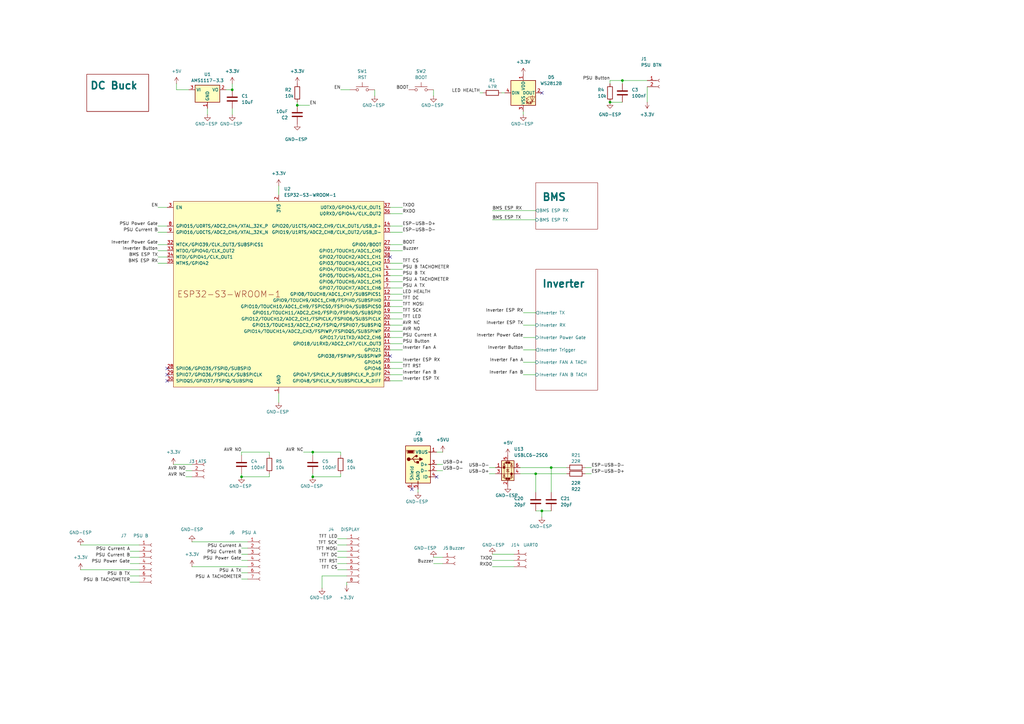
<source format=kicad_sch>
(kicad_sch (version 20241209) (generator "eeschema") (generator_version "9.0")
  (paper "A3")
  (lib_symbols
    (symbol "Connector:Conn_01x02_Socket" (pin_names (offset 1.016) (hide yes))
      (property "Reference" "J" (at 0 2.54 0))
      (property "Value" "Conn_01x02_Socket" (at 0 -5.08 0))
      (symbol "Conn_01x02_Socket_1_1"
        (polyline (pts (xy -1.27 0) (xy -0.508 0)) (stroke (width 0.1524)))
        (polyline (pts (xy -1.27 -2.54) (xy -0.508 -2.54)) (stroke (width 0.1524)))
        (arc (start 0 -0.508) (mid -0.5058 0) (end 0 0.508) (stroke (width 0.1524)))
        (arc (start 0 -3.048) (mid -0.5058 -2.54) (end 0 -2.032) (stroke (width 0.1524)))
        (pin passive line (at -5.08 0 0) (length 3.81) (name "Pin_1") (number "1"))
        (pin passive line (at -5.08 -2.54 0) (length 3.81) (name "Pin_2") (number "2"))
      )
    )
    (symbol "Connector:Conn_01x03_Socket" (pin_names (offset 1.016) (hide yes))
      (property "Reference" "J" (at 0 5.08 0))
      (property "Value" "Conn_01x03_Socket" (at 0 -5.08 0))
      (symbol "Conn_01x03_Socket_1_1"
        (polyline (pts (xy -1.27 2.54) (xy -0.508 2.54)) (stroke (width 0.1524)))
        (polyline (pts (xy -1.27 0) (xy -0.508 0)) (stroke (width 0.1524)))
        (polyline (pts (xy -1.27 -2.54) (xy -0.508 -2.54)) (stroke (width 0.1524)))
        (arc (start 0 2.032) (mid -0.5058 2.54) (end 0 3.048) (stroke (width 0.1524)))
        (arc (start 0 -0.508) (mid -0.5058 0) (end 0 0.508) (stroke (width 0.1524)))
        (arc (start 0 -3.048) (mid -0.5058 -2.54) (end 0 -2.032) (stroke (width 0.1524)))
        (pin passive line (at -5.08 2.54 0) (length 3.81) (name "Pin_1") (number "1"))
        (pin passive line (at -5.08 0 0) (length 3.81) (name "Pin_2") (number "2"))
        (pin passive line (at -5.08 -2.54 0) (length 3.81) (name "Pin_3") (number "3"))
      )
    )
    (symbol "Connector:Conn_01x07_Socket" (pin_names (offset 1.016) (hide yes))
      (property "Reference" "J" (at 0 10.16 0))
      (property "Value" "Conn_01x07_Socket" (at 0 -10.16 0))
      (symbol "Conn_01x07_Socket_1_1"
        (polyline (pts (xy -1.27 7.62) (xy -0.508 7.62)) (stroke (width 0.1524)))
        (polyline (pts (xy -1.27 5.08) (xy -0.508 5.08)) (stroke (width 0.1524)))
        (polyline (pts (xy -1.27 2.54) (xy -0.508 2.54)) (stroke (width 0.1524)))
        (polyline (pts (xy -1.27 0) (xy -0.508 0)) (stroke (width 0.1524)))
        (polyline (pts (xy -1.27 -2.54) (xy -0.508 -2.54)) (stroke (width 0.1524)))
        (polyline (pts (xy -1.27 -5.08) (xy -0.508 -5.08)) (stroke (width 0.1524)))
        (polyline (pts (xy -1.27 -7.62) (xy -0.508 -7.62)) (stroke (width 0.1524)))
        (arc (start 0 7.112) (mid -0.5058 7.62) (end 0 8.128) (stroke (width 0.1524)))
        (arc (start 0 4.572) (mid -0.5058 5.08) (end 0 5.588) (stroke (width 0.1524)))
        (arc (start 0 2.032) (mid -0.5058 2.54) (end 0 3.048) (stroke (width 0.1524)))
        (arc (start 0 -0.508) (mid -0.5058 0) (end 0 0.508) (stroke (width 0.1524)))
        (arc (start 0 -3.048) (mid -0.5058 -2.54) (end 0 -2.032) (stroke (width 0.1524)))
        (arc (start 0 -5.588) (mid -0.5058 -5.08) (end 0 -4.572) (stroke (width 0.1524)))
        (arc (start 0 -8.128) (mid -0.5058 -7.62) (end 0 -7.112) (stroke (width 0.1524)))
        (pin passive line (at -5.08 7.62 0) (length 3.81) (name "Pin_1") (number "1"))
        (pin passive line (at -5.08 5.08 0) (length 3.81) (name "Pin_2") (number "2"))
        (pin passive line (at -5.08 2.54 0) (length 3.81) (name "Pin_3") (number "3"))
        (pin passive line (at -5.08 0 0) (length 3.81) (name "Pin_4") (number "4"))
        (pin passive line (at -5.08 -2.54 0) (length 3.81) (name "Pin_5") (number "5"))
        (pin passive line (at -5.08 -5.08 0) (length 3.81) (name "Pin_6") (number "6"))
        (pin passive line (at -5.08 -7.62 0) (length 3.81) (name "Pin_7") (number "7"))
      )
    )
    (symbol "Connector:Conn_01x08_Socket" (pin_names (offset 1.016) (hide yes))
      (property "Reference" "J" (at 0 10.16 0))
      (property "Value" "Conn_01x08_Socket" (at 0 -12.7 0))
      (symbol "Conn_01x08_Socket_1_1"
        (polyline (pts (xy -1.27 7.62) (xy -0.508 7.62)) (stroke (width 0.1524)))
        (polyline (pts (xy -1.27 5.08) (xy -0.508 5.08)) (stroke (width 0.1524)))
        (polyline (pts (xy -1.27 2.54) (xy -0.508 2.54)) (stroke (width 0.1524)))
        (polyline (pts (xy -1.27 0) (xy -0.508 0)) (stroke (width 0.1524)))
        (polyline (pts (xy -1.27 -2.54) (xy -0.508 -2.54)) (stroke (width 0.1524)))
        (polyline (pts (xy -1.27 -5.08) (xy -0.508 -5.08)) (stroke (width 0.1524)))
        (polyline (pts (xy -1.27 -7.62) (xy -0.508 -7.62)) (stroke (width 0.1524)))
        (polyline (pts (xy -1.27 -10.16) (xy -0.508 -10.16)) (stroke (width 0.1524)))
        (arc (start 0 7.112) (mid -0.5058 7.62) (end 0 8.128) (stroke (width 0.1524)))
        (arc (start 0 4.572) (mid -0.5058 5.08) (end 0 5.588) (stroke (width 0.1524)))
        (arc (start 0 2.032) (mid -0.5058 2.54) (end 0 3.048) (stroke (width 0.1524)))
        (arc (start 0 -0.508) (mid -0.5058 0) (end 0 0.508) (stroke (width 0.1524)))
        (arc (start 0 -3.048) (mid -0.5058 -2.54) (end 0 -2.032) (stroke (width 0.1524)))
        (arc (start 0 -5.588) (mid -0.5058 -5.08) (end 0 -4.572) (stroke (width 0.1524)))
        (arc (start 0 -8.128) (mid -0.5058 -7.62) (end 0 -7.112) (stroke (width 0.1524)))
        (arc (start 0 -10.668) (mid -0.5058 -10.16) (end 0 -9.652) (stroke (width 0.1524)))
        (pin passive line (at -5.08 7.62 0) (length 3.81) (name "Pin_1") (number "1"))
        (pin passive line (at -5.08 5.08 0) (length 3.81) (name "Pin_2") (number "2"))
        (pin passive line (at -5.08 2.54 0) (length 3.81) (name "Pin_3") (number "3"))
        (pin passive line (at -5.08 0 0) (length 3.81) (name "Pin_4") (number "4"))
        (pin passive line (at -5.08 -2.54 0) (length 3.81) (name "Pin_5") (number "5"))
        (pin passive line (at -5.08 -5.08 0) (length 3.81) (name "Pin_6") (number "6"))
        (pin passive line (at -5.08 -7.62 0) (length 3.81) (name "Pin_7") (number "7"))
        (pin passive line (at -5.08 -10.16 0) (length 3.81) (name "Pin_8") (number "8"))
      )
    )
    (symbol "Device:C" (pin_numbers (hide yes)) (pin_names (offset 0.254))
      (property "Reference" "C" (at 0.635 2.54 0))
      (property "Value" "C" (at 0.635 -2.54 0))
      (symbol "C_0_1"
        (polyline (pts (xy -2.032 0.762) (xy 2.032 0.762)) (stroke (width 0.508)))
        (polyline (pts (xy -2.032 -0.762) (xy 2.032 -0.762)) (stroke (width 0.508)))
      )
      (symbol "C_1_1"
        (pin passive line (at 0 3.81 270) (length 2.794) (name "~") (number "1"))
        (pin passive line (at 0 -3.81 90) (length 2.794) (name "~") (number "2"))
      )
    )
    (symbol "Device:R" (pin_numbers (hide yes)) (pin_names (offset 0))
      (property "Reference" "R" (at 2.032 0 90))
      (property "Value" "R" (at 0 0 90))
      (symbol "R_0_1"
        (rectangle (start -1.016 -2.54) (end 1.016 2.54) (stroke (width 0.254)))
      )
      (symbol "R_1_1"
        (pin passive line (at 0 3.81 270) (length 1.27) (name "~") (number "1"))
        (pin passive line (at 0 -3.81 90) (length 1.27) (name "~") (number "2"))
      )
    )
    (symbol "LED:WS2812B" (pin_names (offset 0.254))
      (property "Reference" "D" (at 5.08 5.715 0))
      (property "Value" "WS2812B" (at 1.27 -5.715 0))
      (symbol "WS2812B_0_0"
        (text "RGB" (at 2.286 -4.191 0) (effects (font (size 0.762 0.762))))
      )
      (symbol "WS2812B_0_1"
        (polyline (pts (xy 1.27 -2.54) (xy 1.778 -2.54)))
        (polyline (pts (xy 1.27 -3.556) (xy 1.778 -3.556)))
        (polyline (pts (xy 2.286 -1.524) (xy 1.27 -2.54) (xy 1.27 -2.032)))
        (polyline (pts (xy 2.286 -2.54) (xy 1.27 -3.556) (xy 1.27 -3.048)))
        (polyline (pts (xy 3.683 -1.016) (xy 3.683 -3.556) (xy 3.683 -4.064)))
        (polyline (pts (xy 4.699 -1.524) (xy 2.667 -1.524) (xy 3.683 -3.556) (xy 4.699 -1.524)))
        (polyline (pts (xy 4.699 -3.556) (xy 2.667 -3.556)))
        (rectangle (start 5.08 5.08) (end -5.08 -5.08) (stroke (width 0.254)) (fill (type background)))
      )
      (symbol "WS2812B_1_1"
        (pin input line (at -7.62 0 0) (length 2.54) (name "DIN") (number "4"))
        (pin power_in line (at 0 7.62 270) (length 2.54) (name "VDD") (number "1"))
        (pin power_in line (at 0 -7.62 90) (length 2.54) (name "VSS") (number "3"))
        (pin output line (at 7.62 0 180) (length 2.54) (name "DOUT") (number "2"))
      )
    )
    (symbol "PCM_Espressif:ESP32-S3-WROOM-1" (pin_names (offset 1.016))
      (property "Reference" "U" (at -43.18 43.18 0))
      (property "Value" "ESP32-S3-WROOM-1" (at -43.18 40.64 0))
      (symbol "ESP32-S3-WROOM-1_0_0"
        (text "ESP32-S3-WROOM-1" (at -20.32 0 0) (effects (font (size 2.54 2.54))))
        (pin input line (at -45.72 35.56 0) (length 2.54) (name "EN") (number "3"))
        (pin bidirectional line (at -45.72 27.94 0) (length 2.54) (name "GPIO15/U0RTS/ADC2_CH4/XTAL_32K_P") (number "8"))
        (pin bidirectional line (at -45.72 25.4 0) (length 2.54) (name "GPIO16/U0CTS/ADC2_CH5/XTAL_32K_N") (number "9"))
        (pin bidirectional line (at -45.72 20.32 0) (length 2.54) (name "MTCK/GPIO39/CLK_OUT3/SUBSPICS1") (number "32"))
        (pin bidirectional line (at -45.72 17.78 0) (length 2.54) (name "MTDO/GPIO40/CLK_OUT2") (number "33"))
        (pin bidirectional line (at -45.72 15.24 0) (length 2.54) (name "MTDI/GPIO41/CLK_OUT1") (number "34"))
        (pin bidirectional line (at -45.72 12.7 0) (length 2.54) (name "MTMS/GPIO42") (number "35"))
        (pin bidirectional line (at -45.72 -30.48 0) (length 2.54) (name "SPIIO6/GPIO35/FSPID/SUBSPID") (number "28"))
        (pin bidirectional line (at -45.72 -33.02 0) (length 2.54) (name "SPIIO7/GPIO36/FSPICLK/SUBSPICLK") (number "29"))
        (pin bidirectional line (at -45.72 -35.56 0) (length 2.54) (name "SPIDQS/GPIO37/FSPIQ/SUBSPIQ") (number "30"))
        (pin power_in line (at 0 40.64 270) (length 2.54) (name "3V3") (number "2"))
        (pin power_in line (at 0 -40.64 90) (length 2.54) (name "GND") (number "1"))
        (pin passive line (at 0 -40.64 90) (length 2.54) (hide yes) (name "GND") (number "40"))
        (pin passive line (at 0 -40.64 90) (length 2.54) (hide yes) (name "GND") (number "41"))
        (pin bidirectional line (at 45.72 35.56 180) (length 2.54) (name "U0TXD/GPIO43/CLK_OUT1") (number "37"))
        (pin bidirectional line (at 45.72 33.02 180) (length 2.54) (name "U0RXD/GPIO44/CLK_OUT2") (number "36"))
        (pin bidirectional line (at 45.72 27.94 180) (length 2.54) (name "GPIO20/U1CTS/ADC2_CH9/CLK_OUT1/USB_D+") (number "14"))
        (pin bidirectional line (at 45.72 25.4 180) (length 2.54) (name "GPIO19/U1RTS/ADC2_CH8/CLK_OUT2/USB_D-") (number "13"))
        (pin bidirectional line (at 45.72 20.32 180) (length 2.54) (name "GPIO0/BOOT") (number "27"))
        (pin bidirectional line (at 45.72 17.78 180) (length 2.54) (name "GPIO1/TOUCH1/ADC1_CH0") (number "39"))
        (pin bidirectional line (at 45.72 15.24 180) (length 2.54) (name "GPIO2/TOUCH2/ADC1_CH1") (number "38"))
        (pin bidirectional line (at 45.72 12.7 180) (length 2.54) (name "GPIO3/TOUCH3/ADC1_CH2") (number "15"))
        (pin bidirectional line (at 45.72 10.16 180) (length 2.54) (name "GPIO4/TOUCH4/ADC1_CH3") (number "4"))
        (pin bidirectional line (at 45.72 7.62 180) (length 2.54) (name "GPIO5/TOUCH5/ADC1_CH4") (number "5"))
        (pin bidirectional line (at 45.72 5.08 180) (length 2.54) (name "GPIO6/TOUCH6/ADC1_CH5") (number "6"))
        (pin bidirectional line (at 45.72 2.54 180) (length 2.54) (name "GPIO7/TOUCH7/ADC1_CH6") (number "7"))
        (pin bidirectional line (at 45.72 0 180) (length 2.54) (name "GPIO8/TOUCH8/ADC1_CH7/SUBSPICS1") (number "12"))
        (pin bidirectional line (at 45.72 -2.54 180) (length 2.54) (name "GPIO9/TOUCH9/ADC1_CH8/FSPIHD/SUBSPIHD") (number "17"))
        (pin bidirectional line (at 45.72 -5.08 180) (length 2.54) (name "GPIO10/TOUCH10/ADC1_CH9/FSPICS0/FSPIIO4/SUBSPICS0") (number "18"))
        (pin bidirectional line (at 45.72 -7.62 180) (length 2.54) (name "GPIO11/TOUCH11/ADC2_CH0/FSPID/FSPIIO5/SUBSPID") (number "19"))
        (pin bidirectional line (at 45.72 -10.16 180) (length 2.54) (name "GPIO12/TOUCH12/ADC2_CH1/FSPICLK/FSPIIO6/SUBSPICLK") (number "20"))
        (pin bidirectional line (at 45.72 -12.7 180) (length 2.54) (name "GPIO13/TOUCH13/ADC2_CH2/FSPIQ/FSPIIO7/SUBSPIQ") (number "21"))
        (pin bidirectional line (at 45.72 -15.24 180) (length 2.54) (name "GPIO14/TOUCH14/ADC2_CH3/FSPIWP/FSPIDQS/SUBSPIWP") (number "22"))
        (pin bidirectional line (at 45.72 -17.78 180) (length 2.54) (name "GPIO17/U1TXD/ADC2_CH6") (number "10"))
        (pin bidirectional line (at 45.72 -20.32 180) (length 2.54) (name "GPIO18/U1RXD/ADC2_CH7/CLK_OUT3") (number "11"))
        (pin bidirectional line (at 45.72 -22.86 180) (length 2.54) (name "GPIO21") (number "23"))
        (pin bidirectional line (at 45.72 -25.4 180) (length 2.54) (name "GPIO38/FSPIWP/SUBSPIWP") (number "31"))
        (pin bidirectional line (at 45.72 -27.94 180) (length 2.54) (name "GPIO45") (number "26"))
        (pin bidirectional line (at 45.72 -30.48 180) (length 2.54) (name "GPIO46") (number "16"))
        (pin bidirectional line (at 45.72 -33.02 180) (length 2.54) (name "GPIO47/SPICLK_P/SUBSPICLK_P_DIFF") (number "24"))
        (pin bidirectional line (at 45.72 -35.56 180) (length 2.54) (name "GPIO48/SPICLK_N/SUBSPICLK_N_DIFF") (number "25"))
      )
      (symbol "ESP32-S3-WROOM-1_0_1"
        (rectangle (start -43.18 38.1) (end 43.18 -38.1) (fill (type background)))
      )
    )
    (symbol "Power_Protection:USBLC6-2SC6" (pin_names (hide yes))
      (property "Reference" "U" (at 0.635 5.715 0))
      (property "Value" "USBLC6-2SC6" (at 0.635 3.81 0))
      (symbol "USBLC6-2SC6_0_0"
        (circle (center -1.524 0) (radius 0.0001) (stroke (width 0.508)))
        (circle (center -0.508 2.032) (radius 0.0001) (stroke (width 0.508)))
        (circle (center -0.508 -4.572) (radius 0.0001) (stroke (width 0.508)))
        (circle (center 0.508 2.032) (radius 0.0001) (stroke (width 0.508)))
        (circle (center 0.508 -4.572) (radius 0.0001) (stroke (width 0.508)))
        (circle (center 1.524 -2.54) (radius 0.0001) (stroke (width 0.508)))
      )
      (symbol "USBLC6-2SC6_0_1"
        (polyline (pts (xy -2.54 0) (xy 2.54 0)))
        (polyline (pts (xy -2.54 -2.54) (xy 2.54 -2.54)))
        (polyline (pts (xy -2.032 0.508) (xy -1.016 0.508) (xy -1.524 1.524) (xy -2.032 0.508)))
        (polyline (pts (xy -2.032 -3.048) (xy -1.016 -3.048)))
        (polyline (pts (xy -1.016 1.524) (xy -2.032 1.524)))
        (polyline (pts (xy -1.016 -4.064) (xy -2.032 -4.064) (xy -1.524 -3.048) (xy -1.016 -4.064)))
        (polyline (pts (xy -0.508 -1.143) (xy -0.508 -0.762) (xy 0.508 -0.762)))
        (polyline (pts (xy 0 2.54) (xy -0.508 2.032) (xy 0.508 2.032) (xy 0 1.524) (xy 0 -4.064) (xy -0.508 -4.572) (xy 0.508 -4.572) (xy 0 -5.08)))
        (polyline (pts (xy 0.508 -1.778) (xy -0.508 -1.778) (xy 0 -0.762) (xy 0.508 -1.778)))
        (polyline (pts (xy 1.016 1.524) (xy 2.032 1.524)))
        (polyline (pts (xy 1.016 -3.048) (xy 2.032 -3.048)))
        (polyline (pts (xy 2.032 0.508) (xy 1.016 0.508) (xy 1.524 1.524) (xy 2.032 0.508)))
        (polyline (pts (xy 2.032 -4.064) (xy 1.016 -4.064) (xy 1.524 -3.048) (xy 2.032 -4.064)))
      )
      (symbol "USBLC6-2SC6_1_1"
        (rectangle (start -2.54 2.794) (end 2.54 -5.334) (stroke (width 0.254)) (fill (type background)))
        (polyline (pts (xy -0.508 2.032) (xy -1.524 2.032) (xy -1.524 -4.572) (xy -0.508 -4.572)))
        (polyline (pts (xy 0.508 -4.572) (xy 1.524 -4.572) (xy 1.524 2.032) (xy 0.508 2.032)))
        (pin passive line (at -5.08 0 0) (length 2.54) (name "I/O1") (number "1"))
        (pin passive line (at -5.08 -2.54 0) (length 2.54) (name "I/O2") (number "3"))
        (pin passive line (at 0 5.08 270) (length 2.54) (name "VBUS") (number "5"))
        (pin passive line (at 0 -7.62 90) (length 2.54) (name "GND") (number "2"))
        (pin passive line (at 5.08 0 180) (length 2.54) (name "I/O1") (number "6"))
        (pin passive line (at 5.08 -2.54 180) (length 2.54) (name "I/O2") (number "4"))
      )
    )
    (symbol "Regulator_Linear:AMS1117-3.3"
      (property "Reference" "U" (at -3.81 3.175 0))
      (property "Value" "AMS1117-3.3" (at 0 3.175 0))
      (symbol "AMS1117-3.3_0_1"
        (rectangle (start -5.08 -5.08) (end 5.08 1.905) (stroke (width 0.254)) (fill (type background)))
      )
      (symbol "AMS1117-3.3_1_1"
        (pin power_in line (at -7.62 0 0) (length 2.54) (name "VI") (number "3"))
        (pin power_in line (at 0 -7.62 90) (length 2.54) (name "GND") (number "1"))
        (pin power_out line (at 7.62 0 180) (length 2.54) (name "VO") (number "2"))
      )
    )
    (symbol "Switch:SW_Push" (pin_numbers (hide yes)) (pin_names (offset 1.016) (hide yes))
      (property "Reference" "SW" (at 1.27 2.54 0))
      (property "Value" "SW_Push" (at 0 -1.524 0))
      (symbol "SW_Push_0_1"
        (circle (center -2.032 0) (radius 0.508))
        (polyline (pts (xy 0 1.27) (xy 0 3.048)))
        (circle (center 2.032 0) (radius 0.508))
        (polyline (pts (xy 2.54 1.27) (xy -2.54 1.27)))
        (pin passive line (at -5.08 0 0) (length 2.54) (name "1") (number "1"))
        (pin passive line (at 5.08 0 180) (length 2.54) (name "2") (number "2"))
      )
    )
    (symbol "power:+12V" (power) (pin_numbers (hide yes)) (pin_names (offset 0) (hide yes))
      (property "Value" "+12V" (at 0 3.556 0))
      (symbol "+12V_0_1"
        (polyline (pts (xy -0.762 1.27) (xy 0 2.54)))
        (polyline (pts (xy 0 2.54) (xy 0.762 1.27)))
        (polyline (pts (xy 0 0) (xy 0 2.54)))
      )
      (symbol "+12V_1_1"
        (pin power_in line (at 0 0 90) (length 0) (name "~") (number "1"))
      )
    )
    (symbol "power:+3.3V" (power) (pin_numbers (hide yes)) (pin_names (offset 0) (hide yes))
      (property "Value" "+3.3V" (at 0 3.556 0))
      (symbol "+3.3V_0_1"
        (polyline (pts (xy -0.762 1.27) (xy 0 2.54)))
        (polyline (pts (xy 0 2.54) (xy 0.762 1.27)))
        (polyline (pts (xy 0 0) (xy 0 2.54)))
      )
      (symbol "+3.3V_1_1"
        (pin power_in line (at 0 0 90) (length 0) (name "~") (number "1"))
      )
    )
    (symbol "power:GND" (power) (pin_numbers (hide yes)) (pin_names (offset 0) (hide yes))
      (property "Value" "GND" (at 0 -3.81 0))
      (symbol "GND_0_1"
        (polyline (pts (xy 0 0) (xy 0 -1.27) (xy 1.27 -1.27) (xy 0 -2.54) (xy -1.27 -1.27) (xy 0 -1.27)))
      )
      (symbol "GND_1_1"
        (pin power_in line (at 0 0 270) (length 0) (name "~") (number "1"))
      )
    )
    (symbol "trypillia:USB_B_Micro" (pin_names (offset 1.016))
      (property "Reference" "J2" (at 0 12.7 0))
      (property "Value" "USB" (at 0 10.16 0))
      (symbol "USB_B_Micro_0_1"
        (rectangle (start -5.08 -7.62) (end 5.08 7.62) (stroke (width 0.254)) (fill (type background)))
        (polyline (pts (xy -4.699 5.842) (xy -4.699 5.588) (xy -4.445 4.826) (xy -4.445 4.572) (xy -1.651 4.572) (xy -1.651 4.826) (xy -1.397 5.588) (xy -1.397 5.842) (xy -4.699 5.842)))
        (polyline (pts (xy -4.318 5.588) (xy -1.778 5.588) (xy -2.032 4.826) (xy -4.064 4.826) (xy -4.318 5.588)) (fill (type outline)))
        (circle (center -3.81 2.159) (radius 0.635) (stroke (width 0.254)) (fill (type outline)))
        (polyline (pts (xy -3.175 2.159) (xy -2.54 2.159) (xy -1.27 3.429) (xy -0.635 3.429)) (stroke (width 0.254)))
        (polyline (pts (xy -2.54 2.159) (xy -1.905 2.159) (xy -1.27 0.889) (xy 0 0.889)) (stroke (width 0.254)))
        (polyline (pts (xy -1.905 2.159) (xy 0.635 2.159)) (stroke (width 0.254)))
        (circle (center -0.635 3.429) (radius 0.381) (stroke (width 0.254)) (fill (type outline)))
        (rectangle (start -0.127 -7.62) (end 0.127 -6.858))
        (rectangle (start 0.254 1.27) (end -0.508 0.508) (stroke (width 0.254)) (fill (type outline)))
        (polyline (pts (xy 0.635 2.794) (xy 0.635 1.524) (xy 1.905 2.159) (xy 0.635 2.794)) (stroke (width 0.254)) (fill (type outline)))
        (rectangle (start 5.08 4.953) (end 4.318 5.207))
        (rectangle (start 5.08 -0.127) (end 4.318 0.127))
        (rectangle (start 5.08 -2.667) (end 4.318 -2.413))
        (rectangle (start 5.08 -5.207) (end 4.318 -4.953))
      )
      (symbol "USB_B_Micro_1_1"
        (pin passive line (at -2.54 -10.16 90) (length 2.54) (name "Shield") (number "6"))
        (pin power_out line (at 0 -10.16 90) (length 2.54) (name "GND") (number "5"))
        (pin power_out line (at 7.62 5.08 180) (length 2.54) (name "VBUS") (number "1"))
        (pin bidirectional line (at 7.62 0 180) (length 2.54) (name "D+") (number "3"))
        (pin bidirectional line (at 7.62 -2.54 180) (length 2.54) (name "D-") (number "2"))
        (pin passive line (at 7.62 -5.08 180) (length 2.54) (name "ID") (number "4"))
      )
    )
  )
  (junction (at 219.71 194.31))
  (junction (at 255.27 33.02))
  (junction (at 95.25 36.83))
  (junction (at 99.06 195.58))
  (junction (at 121.92 43.18))
  (junction (at 250.19 41.91))
  (junction (at 226.06 191.77))
  (junction (at 128.27 185.42))
  (junction (at 128.27 195.58))
  (junction (at 222.25 209.55))
  (no_connect (at 68.58 153.67))
  (no_connect (at 168.91 200.66))
  (no_connect (at 179.07 195.58))
  (no_connect (at 160.02 146.05))
  (no_connect (at 68.58 156.21))
  (no_connect (at 160.02 105.41))
  (no_connect (at 68.58 151.13))
  (no_connect (at 222.25 38.1))
  (wire (pts (xy 165.1 123.19) (xy 160.02 123.19)))
  (wire (pts (xy 232.41 191.77) (xy 226.06 191.77)))
  (wire (pts (xy 165.1 107.95) (xy 160.02 107.95)))
  (wire (pts (xy 165.1 138.43) (xy 160.02 138.43)))
  (wire (pts (xy 201.93 229.87) (xy 210.82 229.87)))
  (wire (pts (xy 165.1 130.81) (xy 160.02 130.81)))
  (wire (pts (xy 128.27 186.69) (xy 128.27 185.42)))
  (wire (pts (xy 110.49 195.58) (xy 99.06 195.58)))
  (wire (pts (xy 201.93 90.17) (xy 219.71 90.17)))
  (wire (pts (xy 138.43 228.6) (xy 142.24 228.6)))
  (wire (pts (xy 255.27 34.29) (xy 255.27 33.02)))
  (wire (pts (xy 165.1 135.89) (xy 160.02 135.89)))
  (wire (pts (xy 165.1 85.09) (xy 160.02 85.09)))
  (wire (pts (xy 142.24 240.03) (xy 142.24 238.76)))
  (wire (pts (xy 165.1 115.57) (xy 160.02 115.57)))
  (wire (pts (xy 53.34 238.76) (xy 57.15 238.76)))
  (wire (pts (xy 132.08 236.22) (xy 142.24 236.22)))
  (wire (pts (xy 78.74 232.41) (xy 101.6 232.41)))
  (wire (pts (xy 64.77 100.33) (xy 68.58 100.33)))
  (wire (pts (xy 222.25 209.55) (xy 222.25 212.09)))
  (wire (pts (xy 53.34 226.06) (xy 57.15 226.06)))
  (wire (pts (xy 165.1 92.71) (xy 160.02 92.71)))
  (wire (pts (xy 196.85 38.1) (xy 198.12 38.1)))
  (wire (pts (xy 201.93 232.41) (xy 210.82 232.41)))
  (wire (pts (xy 76.2 193.04) (xy 78.74 193.04)))
  (wire (pts (xy 128.27 194.31) (xy 128.27 195.58)))
  (wire (pts (xy 177.8 231.14) (xy 181.61 231.14)))
  (wire (pts (xy 138.43 231.14) (xy 142.24 231.14)))
  (wire (pts (xy 165.1 148.59) (xy 160.02 148.59)))
  (wire (pts (xy 138.43 233.68) (xy 142.24 233.68)))
  (wire (pts (xy 99.06 227.33) (xy 101.6 227.33)))
  (wire (pts (xy 139.7 36.83) (xy 143.51 36.83)))
  (wire (pts (xy 53.34 228.6) (xy 57.15 228.6)))
  (wire (pts (xy 201.93 86.36) (xy 219.71 86.36)))
  (wire (pts (xy 165.1 118.11) (xy 160.02 118.11)))
  (wire (pts (xy 64.77 107.95) (xy 68.58 107.95)))
  (wire (pts (xy 222.25 209.55) (xy 226.06 209.55)))
  (wire (pts (xy 177.8 39.37) (xy 177.8 36.83)))
  (wire (pts (xy 114.3 165.1) (xy 114.3 161.29)))
  (wire (pts (xy 53.34 236.22) (xy 57.15 236.22)))
  (wire (pts (xy 95.25 46.99) (xy 95.25 44.45)))
  (wire (pts (xy 95.25 34.29) (xy 95.25 36.83)))
  (wire (pts (xy 165.1 156.21) (xy 160.02 156.21)))
  (wire (pts (xy 181.61 190.5) (xy 179.07 190.5)))
  (wire (pts (xy 110.49 195.58) (xy 110.49 194.31)))
  (wire (pts (xy 95.25 36.83) (xy 92.71 36.83)))
  (wire (pts (xy 99.06 237.49) (xy 101.6 237.49)))
  (wire (pts (xy 255.27 33.02) (xy 265.43 33.02)))
  (wire (pts (xy 78.74 222.25) (xy 101.6 222.25)))
  (wire (pts (xy 165.1 153.67) (xy 160.02 153.67)))
  (wire (pts (xy 33.02 233.68) (xy 57.15 233.68)))
  (wire (pts (xy 165.1 100.33) (xy 160.02 100.33)))
  (wire (pts (xy 214.63 46.99) (xy 214.63 45.72)))
  (wire (pts (xy 165.1 95.25) (xy 160.02 95.25)))
  (wire (pts (xy 153.67 39.37) (xy 153.67 36.83)))
  (wire (pts (xy 219.71 194.31) (xy 232.41 194.31)))
  (wire (pts (xy 64.77 85.09) (xy 68.58 85.09)))
  (wire (pts (xy 99.06 224.79) (xy 101.6 224.79)))
  (wire (pts (xy 165.1 120.65) (xy 160.02 120.65)))
  (wire (pts (xy 165.1 113.03) (xy 160.02 113.03)))
  (wire (pts (xy 201.93 227.33) (xy 210.82 227.33)))
  (wire (pts (xy 127 43.18) (xy 121.92 43.18)))
  (wire (pts (xy 165.1 125.73) (xy 160.02 125.73)))
  (wire (pts (xy 85.09 46.99) (xy 85.09 44.45)))
  (wire (pts (xy 165.1 143.51) (xy 160.02 143.51)))
  (wire (pts (xy 213.36 194.31) (xy 219.71 194.31)))
  (wire (pts (xy 138.43 220.98) (xy 142.24 220.98)))
  (wire (pts (xy 99.06 234.95) (xy 101.6 234.95)))
  (wire (pts (xy 181.61 193.04) (xy 179.07 193.04)))
  (wire (pts (xy 181.61 185.42) (xy 179.07 185.42)))
  (wire (pts (xy 121.92 43.18) (xy 121.92 41.91)))
  (wire (pts (xy 242.57 191.77) (xy 240.03 191.77)))
  (wire (pts (xy 205.74 38.1) (xy 207.01 38.1)))
  (wire (pts (xy 165.1 151.13) (xy 160.02 151.13)))
  (wire (pts (xy 250.19 41.91) (xy 255.27 41.91)))
  (wire (pts (xy 255.27 33.02) (xy 250.19 33.02)))
  (wire (pts (xy 200.66 194.31) (xy 203.2 194.31)))
  (wire (pts (xy 226.06 201.93) (xy 226.06 191.77)))
  (wire (pts (xy 214.63 153.67) (xy 219.71 153.67)))
  (wire (pts (xy 250.19 34.29) (xy 250.19 33.02)))
  (wire (pts (xy 139.7 185.42) (xy 139.7 186.69)))
  (wire (pts (xy 219.71 209.55) (xy 222.25 209.55)))
  (wire (pts (xy 214.63 133.35) (xy 219.71 133.35)))
  (wire (pts (xy 64.77 92.71) (xy 68.58 92.71)))
  (wire (pts (xy 72.39 36.83) (xy 77.47 36.83)))
  (wire (pts (xy 214.63 138.43) (xy 219.71 138.43)))
  (wire (pts (xy 138.43 223.52) (xy 142.24 223.52)))
  (wire (pts (xy 165.1 140.97) (xy 160.02 140.97)))
  (wire (pts (xy 114.3 76.2) (xy 114.3 80.01)))
  (wire (pts (xy 139.7 195.58) (xy 128.27 195.58)))
  (wire (pts (xy 64.77 95.25) (xy 68.58 95.25)))
  (wire (pts (xy 214.63 128.27) (xy 219.71 128.27)))
  (wire (pts (xy 99.06 185.42) (xy 110.49 185.42)))
  (wire (pts (xy 132.08 241.3) (xy 132.08 236.22)))
  (wire (pts (xy 139.7 195.58) (xy 139.7 194.31)))
  (wire (pts (xy 99.06 185.42) (xy 99.06 186.69)))
  (wire (pts (xy 71.12 190.5) (xy 78.74 190.5)))
  (wire (pts (xy 33.02 223.52) (xy 57.15 223.52)))
  (wire (pts (xy 242.57 194.31) (xy 240.03 194.31)))
  (wire (pts (xy 53.34 231.14) (xy 57.15 231.14)))
  (wire (pts (xy 165.1 102.87) (xy 160.02 102.87)))
  (wire (pts (xy 171.45 201.93) (xy 171.45 200.66)))
  (wire (pts (xy 99.06 229.87) (xy 101.6 229.87)))
  (wire (pts (xy 124.46 185.42) (xy 128.27 185.42)))
  (wire (pts (xy 128.27 185.42) (xy 139.7 185.42)))
  (wire (pts (xy 177.8 228.6) (xy 181.61 228.6)))
  (wire (pts (xy 219.71 201.93) (xy 219.71 194.31)))
  (wire (pts (xy 64.77 105.41) (xy 68.58 105.41)))
  (wire (pts (xy 76.2 195.58) (xy 78.74 195.58)))
  (wire (pts (xy 99.06 194.31) (xy 99.06 195.58)))
  (wire (pts (xy 214.63 148.59) (xy 219.71 148.59)))
  (wire (pts (xy 214.63 143.51) (xy 219.71 143.51)))
  (wire (pts (xy 165.1 87.63) (xy 160.02 87.63)))
  (wire (pts (xy 226.06 191.77) (xy 213.36 191.77)))
  (wire (pts (xy 138.43 226.06) (xy 142.24 226.06)))
  (wire (pts (xy 165.1 133.35) (xy 160.02 133.35)))
  (wire (pts (xy 72.39 34.29) (xy 72.39 36.83)))
  (wire (pts (xy 165.1 128.27) (xy 160.02 128.27)))
  (wire (pts (xy 110.49 185.42) (xy 110.49 186.69)))
  (wire (pts (xy 64.77 102.87) (xy 68.58 102.87)))
  (wire (pts (xy 165.1 110.49) (xy 160.02 110.49)))
  (wire (pts (xy 200.66 191.77) (xy 203.2 191.77)))
  (wire (pts (xy 265.43 41.91) (xy 265.43 35.56)))
  (label "BOOT" (at 165.1 100.33 0))
  (label "RXDO" (at 201.93 232.41 180))
  (label "PSU Current A" (at 53.34 226.06 180))
  (label "TXDO" (at 201.93 229.87 180))
  (label "TFT MOSI" (at 165.1 125.73 0))
  (label "TFT CS" (at 165.1 107.95 0))
  (label "Inverter Button" (at 64.77 102.87 180))
  (label "PSU Button" (at 250.19 33.02 180))
  (label "Inverter Button" (at 214.63 143.51 180))
  (label "PSU Button" (at 165.1 140.97 0))
  (label "TFT SCK" (at 138.43 223.52 180))
  (label "Inverter ESP RX" (at 165.1 148.59 0))
  (label "AVR NC" (at 76.2 195.58 180))
  (label "AVR NO" (at 76.2 193.04 180))
  (label "Inverter Fan B" (at 165.1 153.67 0))
  (label "ESP-USB-D-" (at 242.57 191.77 0))
  (label "PSU Power Gate" (at 99.06 229.87 180))
  (label "Buzzer" (at 165.1 102.87 0))
  (label "PSU B TACHOMETER" (at 53.34 238.76 180))
  (label "TFT RST" (at 165.1 151.13 0))
  (label "Inverter Power Gate" (at 214.63 138.43 180))
  (label "TFT DC" (at 138.43 228.6 180))
  (label "ESP-USB-D-" (at 165.1 95.25 0))
  (label "BOOT" (at 167.64 36.83 180))
  (label "Inverter ESP RX" (at 214.63 128.27 180))
  (label "Inverter Fan A" (at 214.63 148.59 180))
  (label "EN" (at 64.77 85.09 180))
  (label "Inverter Fan B" (at 214.63 153.67 180))
  (label "ESP-USB-D+" (at 165.1 92.71 0))
  (label "TFT LED" (at 138.43 220.98 180))
  (label "LED HEALTH" (at 165.1 120.65 0))
  (label "TFT LED" (at 165.1 130.81 0))
  (label "TFT CS" (at 138.43 233.68 180))
  (label "AVR NO" (at 99.06 185.42 180))
  (label "BMS ESP TX" (at 64.77 105.41 180))
  (label "PSU B TACHOMETER" (at 165.1 110.49 0))
  (label "Inverter ESP TX" (at 165.1 156.21 0))
  (label "LED HEALTH" (at 196.85 38.1 180))
  (label "ESP-USB-D+" (at 242.57 194.31 0))
  (label "PSU Power Gate" (at 64.77 92.71 180))
  (label "USB-D-" (at 200.66 191.77 180))
  (label "PSU B TX" (at 53.34 236.22 180))
  (label "BMS ESP TX" (at 201.93 90.17 0))
  (label "PSU A TX" (at 165.1 118.11 0))
  (label "USB-D+" (at 181.61 190.5 0))
  (label "PSU A TACHOMETER" (at 165.1 115.57 0))
  (label "TFT SCK" (at 165.1 128.27 0))
  (label "AVR NC" (at 124.46 185.42 180))
  (label "EN" (at 127 43.18 0))
  (label "EN" (at 139.7 36.83 180))
  (label "TFT MOSI" (at 138.43 226.06 180))
  (label "USB-D-" (at 181.61 193.04 0))
  (label "TXDO" (at 165.1 85.09 0))
  (label "PSU A TACHOMETER" (at 99.06 237.49 180))
  (label "PSU Current A" (at 99.06 224.79 180))
  (label "PSU Current B" (at 53.34 228.6 180))
  (label "BMS ESP RX" (at 64.77 107.95 180))
  (label "PSU Current B" (at 64.77 95.25 180))
  (label "USB-D+" (at 200.66 194.31 180))
  (label "AVR NC" (at 165.1 133.35 0))
  (label "Inverter Fan A" (at 165.1 143.51 0))
  (label "PSU B TX" (at 165.1 113.03 0))
  (label "TFT RST" (at 138.43 231.14 180))
  (label "Buzzer" (at 177.8 231.14 180))
  (label "Inverter ESP TX" (at 214.63 133.35 180))
  (label "BMS ESP RX" (at 201.93 86.36 0))
  (label "PSU Current A" (at 165.1 138.43 0))
  (label "PSU A TX" (at 99.06 234.95 180))
  (label "PSU Current B" (at 99.06 227.33 180))
  (label "PSU Power Gate" (at 53.34 231.14 180))
  (label "Inverter Power Gate" (at 64.77 100.33 180))
  (label "AVR NO" (at 165.1 135.89 0))
  (label "RXDO" (at 165.1 87.63 0))
  (label "TFT DC" (at 165.1 123.19 0))
  (symbol (lib_id "Device:R") (at 201.93 38.1 270) (unit 1)
    (property "Reference" "R1" (at 201.93 33.02 90))
    (property "Value" "47R" (at 201.93 35.56 90))
    (property "Footprint" "Resistor_SMD:R_0805_2012Metric" (effects (hide yes)))
    (property "Description" "Resistor" (effects (hide yes)))
  )
  (symbol (lib_id "power:GND") (at 95.25 46.99 0) (unit 1)
    (property "Reference" "#PWR05" (effects (hide yes)))
    (property "Value" "GND-ESP" (at 90.17 50.8 0) (effects (justify left)))
    (property "Description" "Power symbol creates a global label with name \"GND\" , ground" (effects (hide yes)))
  )
  (symbol (lib_id "power:+3.3V") (at 214.63 30.48 0) (unit 1)
    (property "Reference" "#PWR025" (effects (hide yes)))
    (property "Value" "+3.3V" (at 214.63 25.4 0))
    (property "Description" "Power symbol creates a global label with name \"+3.3V\"" (effects (hide yes)))
  )
  (symbol (lib_id "Device:C") (at 121.92 46.99 180) (unit 1)
    (property "Reference" "C2" (at 118.11 48.2601 0) (effects (justify left)))
    (property "Value" "10uF" (at 118.11 45.7201 0) (effects (justify left)))
    (property "Footprint" "Capacitor_SMD:C_1206_3216Metric" (effects (hide yes)))
    (property "Description" "Unpolarized capacitor" (effects (hide yes)))
  )
  (symbol (lib_id "Device:C") (at 219.71 205.74 0) (unit 1)
    (property "Reference" "C20" (at 210.82 204.47 0) (effects (justify left)))
    (property "Value" "20pF" (at 210.82 207.01 0) (effects (justify left)))
    (property "Footprint" "Capacitor_SMD:C_0805_2012Metric" (effects (hide yes)))
    (property "Description" "Unpolarized capacitor" (effects (hide yes)))
  )
  (symbol (lib_id "Switch:SW_Push") (at 148.59 36.83 0) (unit 1)
    (property "Reference" "SW1" (at 148.59 29.21 0))
    (property "Value" "RST" (at 148.59 31.75 0))
    (property "Footprint" "Button_Switch_SMD:SW_Push_SPST_NO_Alps_SKRK" (effects (hide yes)))
    (property "Description" "Push button switch, generic, two pins" (effects (hide yes)))
  )
  (symbol (lib_id "power:GND") (at 171.45 201.93 0) (unit 1)
    (property "Reference" "#PWR054" (effects (hide yes)))
    (property "Value" "GND-ESP" (at 166.37 205.74 0) (effects (justify left)))
    (property "Description" "Power symbol creates a global label with name \"GND\" , ground" (effects (hide yes)))
  )
  (symbol (lib_id "Device:C") (at 95.25 40.64 0) (unit 1)
    (property "Reference" "C1" (at 99.06 39.3699 0) (effects (justify left)))
    (property "Value" "10uF" (at 99.06 41.9099 0) (effects (justify left)))
    (property "Footprint" "Capacitor_SMD:C_1206_3216Metric" (effects (hide yes)))
    (property "Description" "Unpolarized capacitor" (effects (hide yes)))
  )
  (symbol (lib_id "Device:R") (at 236.22 194.31 270) (unit 1)
    (property "Reference" "R22" (at 236.22 200.66 90))
    (property "Value" "22R" (at 236.22 198.12 90))
    (property "Footprint" "Resistor_SMD:R_0805_2012Metric" (effects (hide yes)))
    (property "Description" "Resistor" (effects (hide yes)))
  )
  (symbol (lib_id "power:GND") (at 121.92 50.8 0) (unit 1)
    (property "Reference" "#PWR014" (effects (hide yes)))
    (property "Value" "GND-ESP" (at 116.84 57.15 0) (effects (justify left)))
    (property "Description" "Power symbol creates a global label with name \"GND\" , ground" (effects (hide yes)))
  )
  (symbol (lib_id "Device:C") (at 255.27 38.1 0) (unit 1)
    (property "Reference" "C3" (at 259.08 36.8299 0) (effects (justify left)))
    (property "Value" "100nF" (at 259.08 39.3699 0) (effects (justify left)))
    (property "Footprint" "Capacitor_SMD:C_1206_3216Metric" (effects (hide yes)))
    (property "Description" "Unpolarized capacitor" (effects (hide yes)))
  )
  (symbol (lib_id "power:GND") (at 132.08 241.3 0) (unit 1)
    (property "Reference" "#PWR018" (effects (hide yes)))
    (property "Value" "GND-ESP" (at 127 245.11 0) (effects (justify left)))
    (property "Description" "Power symbol creates a global label with name \"GND\" , ground" (effects (hide yes)))
  )
  (symbol (lib_id "power:+3.3V") (at 71.12 190.5 0) (unit 1)
    (property "Reference" "#PWR07" (effects (hide yes)))
    (property "Value" "+3.3V" (at 71.12 185.42 0))
    (property "Description" "Power symbol creates a global label with name \"+3.3V\"" (effects (hide yes)))
  )
  (symbol (lib_id "power:GND") (at 201.93 227.33 180) (unit 1)
    (property "Reference" "#PWR021" (effects (hide yes)))
    (property "Value" "GND-ESP" (at 207.01 223.52 0) (effects (justify left)))
    (property "Description" "Power symbol creates a global label with name \"GND\" , ground" (effects (hide yes)))
  )
  (symbol (lib_id "power:GND") (at 214.63 46.99 0) (unit 1)
    (property "Reference" "#PWR019" (effects (hide yes)))
    (property "Value" "GND-ESP" (at 209.55 50.8 0) (effects (justify left)))
    (property "Description" "Power symbol creates a global label with name \"GND\" , ground" (effects (hide yes)))
  )
  (symbol (lib_id "Connector:Conn_01x03_Socket") (at 83.82 193.04 0) (unit 1)
    (property "Reference" "J3" (at 77.47 189.23 0) (effects (justify left)))
    (property "Value" "ATS" (at 81.28 189.23 0) (effects (justify left)))
    (property "Footprint" "Connector_JST:JST_PH_B3B-PH-K_1x03_P2.00mm_Vertical" (effects (hide yes)))
    (property "Description" "Generic connector, single row, 01x03, script generated" (effects (hide yes)))
  )
  (symbol (lib_id "PCM_Espressif:ESP32-S3-WROOM-1") (at 114.3 120.65 0) (unit 1)
    (property "Reference" "U2" (at 116.4941 77.47 0) (effects (justify left)))
    (property "Value" "ESP32-S3-WROOM-1" (at 116.4941 80.01 0) (effects (justify left)))
    (property "Footprint" "PCM_Espressif:ESP32-S3-WROOM-1" (effects (hide yes)))
    (property "Datasheet" "https://www.espressif.com/sites/default/files/documentation/esp32-s3-wroom-1_wroom-1u_datasheet_en.pdf" (effects (hide yes)))
    (property "Description" "2.4 GHz WiFi (802.11 b/g/n) and Bluetooth ® 5 (LE) module Built around ESP32S3 series of SoCs, Xtensa ® dualcore 32bit LX7 microprocessor Flash up to 16 MB, PSRAM up to 8 MB 36 GPIOs, rich set of peripherals Onboard PCB antenna" (effects (hide yes)))
  )
  (symbol (lib_id "trypillia:USB_B_Micro") (at 171.45 190.5 0) (unit 1)
    (property "Reference" "J2" (at 171.45 177.8 0))
    (property "Value" "USB" (at 171.45 180.34 0))
    (property "Footprint" "Connector_USB:USB_Micro-B_Molex-105017-0001" (effects (hide yes)))
    (property "Description" "USB Micro Type B connector" (effects (hide yes)))
  )
  (symbol (lib_id "power:+3.3V") (at 95.25 34.29 0) (unit 1)
    (property "Reference" "#PWR03" (effects (hide yes)))
    (property "Value" "+3.3V" (at 95.25 29.21 0))
    (property "Description" "Power symbol creates a global label with name \"+3.3V\"" (effects (hide yes)))
  )
  (symbol (lib_id "Connector:Conn_01x07_Socket") (at 106.68 229.87 0) (unit 1)
    (property "Reference" "J6" (at 93.98 218.44 0) (effects (justify left)))
    (property "Value" "PSU A" (at 99.06 218.44 0) (effects (justify left)))
    (property "Footprint" "Connector_JST:JST_PH_B7B-PH-K_1x07_P2.00mm_Vertical" (effects (hide yes)))
    (property "Description" "Generic connector, single row, 01x07, script generated" (effects (hide yes)))
  )
  (symbol (lib_id "LED:WS2812B") (at 214.63 38.1 0) (unit 1)
    (property "Reference" "D5" (at 226.06 31.6798 0))
    (property "Value" "WS2812B" (at 226.06 34.2198 0))
    (property "Footprint" "LED_SMD:LED_WS2812B_PLCC4_5.0x5.0mm_P3.2mm" (effects (hide yes)))
    (property "Datasheet" "https://cdn-shop.adafruit.com/datasheets/WS2812B.pdf" (effects (hide yes)))
    (property "Description" "RGB LED with integrated controller" (effects (hide yes)))
  )
  (symbol (lib_id "power:GND") (at 153.67 39.37 0) (unit 1)
    (property "Reference" "#PWR052" (effects (hide yes)))
    (property "Value" "GND-ESP" (at 148.59 43.18 0) (effects (justify left)))
    (property "Description" "Power symbol creates a global label with name \"GND\" , ground" (effects (hide yes)))
  )
  (symbol (lib_id "power:GND") (at 222.25 212.09 0) (unit 1)
    (property "Reference" "#PWR022" (effects (hide yes)))
    (property "Value" "GND-ESP" (at 217.17 215.9 0) (effects (justify left)))
    (property "Description" "Power symbol creates a global label with name \"GND\" , ground" (effects (hide yes)))
  )
  (symbol (lib_id "power:GND") (at 85.09 46.99 0) (unit 1)
    (property "Reference" "#PWR02" (effects (hide yes)))
    (property "Value" "GND-ESP" (at 80.01 50.8 0) (effects (justify left)))
    (property "Description" "Power symbol creates a global label with name \"GND\" , ground" (effects (hide yes)))
  )
  (symbol (lib_id "Connector:Conn_01x02_Socket") (at 270.51 33.02 0) (unit 1)
    (property "Reference" "J1" (at 262.89 24.13 0) (effects (justify left)))
    (property "Value" "PSU BTN" (at 262.89 26.67 0) (effects (justify left)))
    (property "Footprint" "Connector_JST:JST_PH_B2B-PH-K_1x02_P2.00mm_Vertical" (effects (hide yes)))
    (property "Description" "Generic connector, single row, 01x02, script generated" (effects (hide yes)))
  )
  (symbol (lib_id "Device:R") (at 236.22 191.77 270) (unit 1)
    (property "Reference" "R21" (at 236.22 186.69 90))
    (property "Value" "22R" (at 236.22 189.23 90))
    (property "Footprint" "Resistor_SMD:R_0805_2012Metric" (effects (hide yes)))
    (property "Description" "Resistor" (effects (hide yes)))
  )
  (symbol (lib_id "Connector:Conn_01x02_Socket") (at 186.69 228.6 0) (unit 1)
    (property "Reference" "J5" (at 181.61 224.79 0) (effects (justify left)))
    (property "Value" "Buzzer" (at 184.15 224.79 0) (effects (justify left)))
    (property "Footprint" "Connector_JST:JST_PH_B2B-PH-K_1x02_P2.00mm_Vertical" (effects (hide yes)))
    (property "Description" "Generic connector, single row, 01x02, script generated" (effects (hide yes)))
  )
  (symbol (lib_id "Power_Protection:USBLC6-2SC6") (at 208.28 191.77 0) (unit 1)
    (property "Reference" "U13" (at 210.82 184.15 0) (effects (justify left)))
    (property "Value" "USBLC6-2SC6" (at 210.82 186.69 0) (effects (justify left)))
    (property "Footprint" "Package_TO_SOT_SMD:SOT-23-6" (effects (hide yes)))
    (property "Datasheet" "https://www.st.com/resource/en/datasheet/usblc6-2.pdf" (effects (hide yes)))
    (property "Description" "Very low capacitance ESD protection diode, 2 data-line, SOT-23-6" (effects (hide yes)))
  )
  (symbol (lib_id "Device:C") (at 99.06 190.5 0) (unit 1)
    (property "Reference" "C4" (at 102.87 189.2299 0) (effects (justify left)))
    (property "Value" "100nF" (at 102.87 191.7699 0) (effects (justify left)))
    (property "Footprint" "Capacitor_SMD:C_1206_3216Metric" (effects (hide yes)))
    (property "Description" "Unpolarized capacitor" (effects (hide yes)))
  )
  (symbol (lib_id "power:GND") (at 250.19 41.91 0) (unit 1)
    (property "Reference" "#PWR08" (effects (hide yes)))
    (property "Value" "GND-ESP" (at 250.19 46.99 0))
    (property "Description" "Power symbol creates a global label with name \"GND\" , ground" (effects (hide yes)))
  )
  (symbol (lib_id "power:GND") (at 177.8 228.6 180) (unit 1)
    (property "Reference" "#PWR020" (effects (hide yes)))
    (property "Value" "GND-ESP" (at 179.07 224.79 0) (effects (justify left)))
    (property "Description" "Power symbol creates a global label with name \"GND\" , ground" (effects (hide yes)))
  )
  (symbol (lib_id "power:GND") (at 177.8 39.37 0) (unit 1)
    (property "Reference" "#PWR053" (effects (hide yes)))
    (property "Value" "GND-ESP" (at 172.72 43.18 0) (effects (justify left)))
    (property "Description" "Power symbol creates a global label with name \"GND\" , ground" (effects (hide yes)))
  )
  (symbol (lib_id "Device:R") (at 110.49 190.5 180) (unit 1)
    (property "Reference" "R5" (at 113.03 189.2299 0) (effects (justify right)))
    (property "Value" "10k" (at 113.03 191.7699 0) (effects (justify right)))
    (property "Footprint" "Resistor_SMD:R_1206_3216Metric" (effects (hide yes)))
    (property "Description" "Resistor" (effects (hide yes)))
  )
  (symbol (lib_id "Switch:SW_Push") (at 172.72 36.83 0) (unit 1)
    (property "Reference" "SW2" (at 172.72 29.21 0))
    (property "Value" "BOOT" (at 172.72 31.75 0))
    (property "Footprint" "Button_Switch_SMD:SW_Push_SPST_NO_Alps_SKRK" (effects (hide yes)))
    (property "Description" "Push button switch, generic, two pins" (effects (hide yes)))
  )
  (symbol (lib_id "Device:R") (at 139.7 190.5 180) (unit 1)
    (property "Reference" "R6" (at 142.24 189.2299 0) (effects (justify right)))
    (property "Value" "10k" (at 142.24 191.7699 0) (effects (justify right)))
    (property "Footprint" "Resistor_SMD:R_1206_3216Metric" (effects (hide yes)))
    (property "Description" "Resistor" (effects (hide yes)))
  )
  (symbol (lib_id "power:GND") (at 33.02 223.52 180) (unit 1)
    (property "Reference" "#PWR013" (effects (hide yes)))
    (property "Value" "GND-ESP" (at 33.02 218.44 0))
    (property "Description" "Power symbol creates a global label with name \"GND\" , ground" (effects (hide yes)))
  )
  (symbol (lib_id "Connector:Conn_01x07_Socket") (at 62.23 231.14 0) (unit 1)
    (property "Reference" "J7" (at 49.53 219.71 0) (effects (justify left)))
    (property "Value" "PSU B" (at 54.61 219.71 0) (effects (justify left)))
    (property "Footprint" "Connector_JST:JST_PH_B7B-PH-K_1x07_P2.00mm_Vertical" (effects (hide yes)))
    (property "Description" "Generic connector, single row, 01x07, script generated" (effects (hide yes)))
  )
  (symbol (lib_id "Device:C") (at 128.27 190.5 0) (unit 1)
    (property "Reference" "C5" (at 132.08 189.2299 0) (effects (justify left)))
    (property "Value" "100nF" (at 132.08 191.7699 0) (effects (justify left)))
    (property "Footprint" "Capacitor_SMD:C_1206_3216Metric" (effects (hide yes)))
    (property "Description" "Unpolarized capacitor" (effects (hide yes)))
  )
  (symbol (lib_id "power:+3.3V") (at 265.43 41.91 0) (mirror x) (unit 1)
    (property "Reference" "#PWR09" (effects (hide yes)))
    (property "Value" "+3.3V" (at 265.43 46.99 0))
    (property "Description" "Power symbol creates a global label with name \"+3.3V\"" (effects (hide yes)))
  )
  (symbol (lib_id "power:GND") (at 114.3 165.1 0) (unit 1)
    (property "Reference" "#PWR050" (effects (hide yes)))
    (property "Value" "GND-ESP" (at 109.22 168.91 0) (effects (justify left)))
    (property "Description" "Power symbol creates a global label with name \"GND\" , ground" (effects (hide yes)))
  )
  (symbol (lib_id "power:+12V") (at 72.39 34.29 0) (unit 1)
    (property "Reference" "#PWR06" (effects (hide yes)))
    (property "Value" "+5V" (at 72.39 29.21 0))
    (property "Description" "Power symbol creates a global label with name \"+12V\"" (effects (hide yes)))
  )
  (symbol (lib_id "Connector:Conn_01x08_Socket") (at 147.32 228.6 0) (unit 1)
    (property "Reference" "J4" (at 134.62 217.17 0) (effects (justify left)))
    (property "Value" "DISPLAY" (at 139.7 217.17 0) (effects (justify left)))
    (property "Footprint" "Connector_JST:JST_PH_B8B-PH-K_1x08_P2.00mm_Vertical" (effects (hide yes)))
    (property "Description" "Generic connector, single row, 01x08, script generated" (effects (hide yes)))
  )
  (symbol (lib_id "power:GND") (at 78.74 222.25 180) (unit 1)
    (property "Reference" "#PWR012" (effects (hide yes)))
    (property "Value" "GND-ESP" (at 78.74 217.17 0))
    (property "Description" "Power symbol creates a global label with name \"GND\" , ground" (effects (hide yes)))
  )
  (symbol (lib_id "power:GND") (at 208.28 199.39 0) (unit 1)
    (property "Reference" "#PWR023" (effects (hide yes)))
    (property "Value" "GND-ESP" (at 203.2 203.2 0) (effects (justify left)))
    (property "Description" "Power symbol creates a global label with name \"GND\" , ground" (effects (hide yes)))
  )
  (symbol (lib_id "power:+12V") (at 181.61 185.42 0) (unit 1)
    (property "Reference" "#PWR027" (effects (hide yes)))
    (property "Value" "+5VU" (at 181.61 180.34 0))
    (property "Description" "Power symbol creates a global label with name \"+12V\"" (effects (hide yes)))
  )
  (symbol (lib_id "power:+3.3V") (at 114.3 76.2 0) (unit 1)
    (property "Reference" "#PWR04" (effects (hide yes)))
    (property "Value" "+3.3V" (at 114.3 71.12 0))
    (property "Description" "Power symbol creates a global label with name \"+3.3V\"" (effects (hide yes)))
  )
  (symbol (lib_id "power:+3.3V") (at 33.02 233.68 0) (mirror y) (unit 1)
    (property "Reference" "#PWR016" (effects (hide yes)))
    (property "Value" "+3.3V" (at 33.02 228.6 0))
    (property "Description" "Power symbol creates a global label with name \"+3.3V\"" (effects (hide yes)))
  )
  (symbol (lib_id "power:+3.3V") (at 78.74 232.41 0) (mirror y) (unit 1)
    (property "Reference" "#PWR015" (effects (hide yes)))
    (property "Value" "+3.3V" (at 78.74 227.33 0))
    (property "Description" "Power symbol creates a global label with name \"+3.3V\"" (effects (hide yes)))
  )
  (symbol (lib_id "power:+3.3V") (at 142.24 240.03 0) (mirror x) (unit 1)
    (property "Reference" "#PWR017" (effects (hide yes)))
    (property "Value" "+3.3V" (at 142.24 245.11 0))
    (property "Description" "Power symbol creates a global label with name \"+3.3V\"" (effects (hide yes)))
  )
  (symbol (lib_id "Regulator_Linear:AMS1117-3.3") (at 85.09 36.83 0) (unit 1)
    (property "Reference" "U1" (at 85.09 30.48 0))
    (property "Value" "AMS1117-3.3" (at 85.09 33.02 0))
    (property "Footprint" "Package_TO_SOT_SMD:SOT-223-3_TabPin2" (effects (hide yes)))
    (property "Datasheet" "http://www.advanced-monolithic.com/pdf/ds1117.pdf" (effects (hide yes)))
    (property "Description" "1A Low Dropout regulator, positive, 3.3V fixed output, SOT-223" (effects (hide yes)))
  )
  (symbol (lib_id "Device:R") (at 250.19 38.1 180) (unit 1)
    (property "Reference" "R4" (at 245.11 36.83 0) (effects (justify right)))
    (property "Value" "10k" (at 245.11 39.37 0) (effects (justify right)))
    (property "Footprint" "Resistor_SMD:R_1206_3216Metric" (effects (hide yes)))
    (property "Description" "Resistor" (effects (hide yes)))
  )
  (symbol (lib_id "power:GND") (at 99.06 195.58 0) (unit 1)
    (property "Reference" "#PWR010" (effects (hide yes)))
    (property "Value" "GND-ESP" (at 93.98 199.39 0) (effects (justify left)))
    (property "Description" "Power symbol creates a global label with name \"GND\" , ground" (effects (hide yes)))
  )
  (symbol (lib_id "Device:C") (at 226.06 205.74 0) (unit 1)
    (property "Reference" "C21" (at 229.87 204.4699 0) (effects (justify left)))
    (property "Value" "20pF" (at 229.87 207.0099 0) (effects (justify left)))
    (property "Footprint" "Capacitor_SMD:C_0805_2012Metric" (effects (hide yes)))
    (property "Description" "Unpolarized capacitor" (effects (hide yes)))
  )
  (symbol (lib_id "power:+3.3V") (at 121.92 34.29 0) (unit 1)
    (property "Reference" "#PWR01" (effects (hide yes)))
    (property "Value" "+3.3V" (at 121.92 29.21 0))
    (property "Description" "Power symbol creates a global label with name \"+3.3V\"" (effects (hide yes)))
  )
  (symbol (lib_id "Connector:Conn_01x03_Socket") (at 215.9 229.87 0) (unit 1)
    (property "Reference" "J14" (at 209.55 223.52 0) (effects (justify left)))
    (property "Value" "UART0" (at 214.63 223.52 0) (effects (justify left)))
    (property "Footprint" "Connector_JST:JST_PH_B3B-PH-K_1x03_P2.00mm_Vertical" (effects (hide yes)))
    (property "Description" "Generic connector, single row, 01x03, script generated" (effects (hide yes)))
  )
  (symbol (lib_id "power:+12V") (at 208.28 186.69 0) (unit 1)
    (property "Reference" "#PWR024" (effects (hide yes)))
    (property "Value" "+5V" (at 208.28 181.61 0))
    (property "Description" "Power symbol creates a global label with name \"+12V\"" (effects (hide yes)))
  )
  (symbol (lib_id "power:GND") (at 128.27 195.58 0) (unit 1)
    (property "Reference" "#PWR011" (effects (hide yes)))
    (property "Value" "GND-ESP" (at 123.19 199.39 0) (effects (justify left)))
    (property "Description" "Power symbol creates a global label with name \"GND\" , ground" (effects (hide yes)))
  )
  (symbol (lib_id "Device:R") (at 121.92 38.1 180) (unit 1)
    (property "Reference" "R2" (at 116.84 36.83 0) (effects (justify right)))
    (property "Value" "10k" (at 116.84 39.37 0) (effects (justify right)))
    (property "Footprint" "Resistor_SMD:R_1206_3216Metric" (effects (hide yes)))
    (property "Description" "Resistor" (effects (hide yes)))
  )
  (sheet (at 219.71 74.93) (size 25.4 19.05) (stroke (width 0.1))
    (property "Sheetname" "BMS" (at 222.25 82.55 0) (effects (font (size 3 3) (bold yes)) (justify left bottom)))
    (property "Sheetfile" "bms.kicad_sch" (effects (hide yes)))
    (pin "BMS ESP RX" output (at 219.71 86.36 180))
    (pin "BMS ESP TX" input (at 219.71 90.17 180))
  )
  (sheet (at 35.56 30.48) (size 25.4 15.24) (stroke (width 0.1524))
    (property "Sheetname" "DC Buck" (at 36.83 36.83 0) (effects (font (size 3 3) (bold yes)) (justify left bottom)))
    (property "Sheetfile" "dc-buck-converter.kicad_sch" (effects (hide yes)))
  )
  (sheet (at 219.71 110.49) (size 25.4 49.53) (stroke (width 0.1))
    (property "Sheetname" "Inverter" (at 222.25 118.11 0) (effects (font (size 3 3) (bold yes)) (justify left bottom)))
    (property "Sheetfile" "inverter.kicad_sch" (effects (hide yes)))
    (pin "Inverter Power Gate" input (at 219.71 138.43 180))
    (pin "Inverter RX" input (at 219.71 133.35 180))
    (pin "Inverter TX" output (at 219.71 128.27 180))
    (pin "Inverter Trigger" output (at 219.71 143.51 180))
    (pin "Inverter FAN A TACH" input (at 219.71 148.59 180))
    (pin "Inverter FAN B TACH" input (at 219.71 153.67 180))
  )
)
</source>
